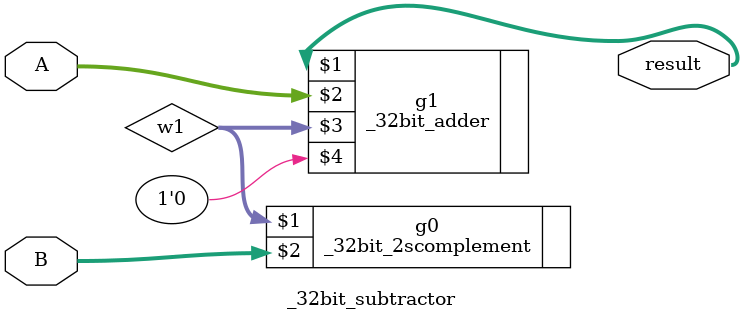
<source format=v>
module _32bit_subtractor(result, A, B);
input [31:0] A, B;
output [31:0] result;
wire [31:0] w1;

_32bit_2scomplement g0 (w1, B);
_32bit_adder  g1 (result, A, w1, 1'b0);

endmodule
</source>
